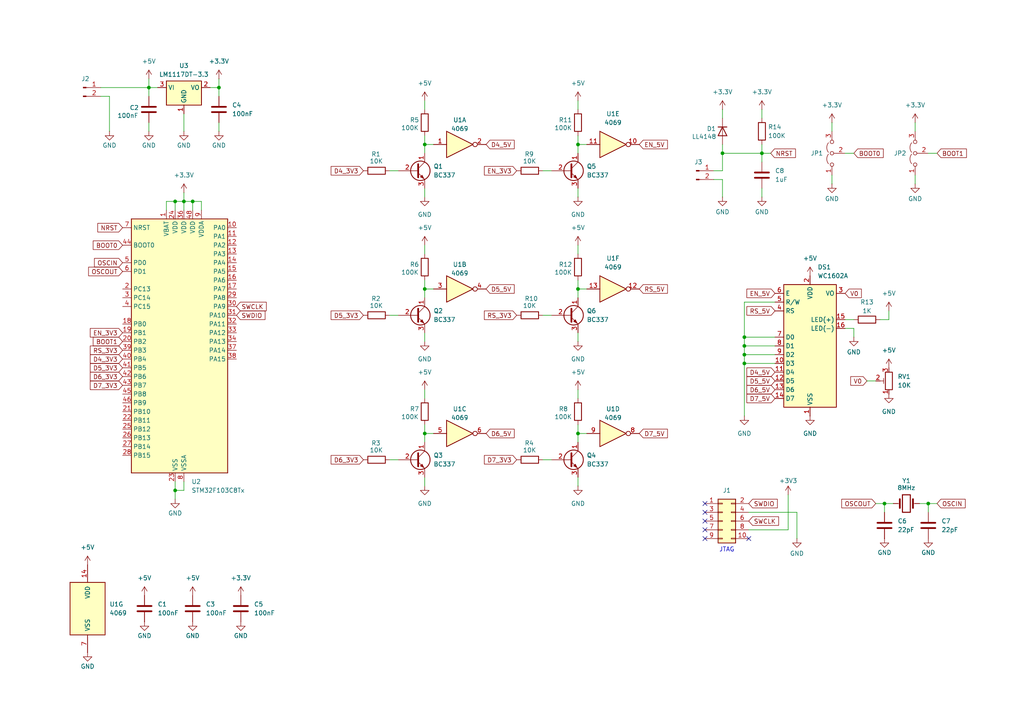
<source format=kicad_sch>
(kicad_sch (version 20231120) (generator "eeschema") (generator_version "8.0")
  (paper "A4")
  (lib_symbols
    (symbol "4xxx:4069" (pin_names (offset 1.016))
      (property "Reference" "U" (at 0 1.27 0))
      (property "Value" "4069" (at 0 -1.27 0))
      (symbol "4069_1_0"
        (polyline (pts (xy -3.81 3.81) (xy -3.81 -3.81) (xy 3.81 0) (xy -3.81 3.81)) (stroke (width 0.254)) (fill (type background)))
        (pin input line (at -7.62 0 0) (length 3.81) (name "~") (number "1"))
        (pin output inverted (at 7.62 0 180) (length 3.81) (name "~") (number "2"))
      )
      (symbol "4069_2_0"
        (polyline (pts (xy -3.81 3.81) (xy -3.81 -3.81) (xy 3.81 0) (xy -3.81 3.81)) (stroke (width 0.254)) (fill (type background)))
        (pin input line (at -7.62 0 0) (length 3.81) (name "~") (number "3"))
        (pin output inverted (at 7.62 0 180) (length 3.81) (name "~") (number "4"))
      )
      (symbol "4069_3_0"
        (polyline (pts (xy -3.81 3.81) (xy -3.81 -3.81) (xy 3.81 0) (xy -3.81 3.81)) (stroke (width 0.254)) (fill (type background)))
        (pin input line (at -7.62 0 0) (length 3.81) (name "~") (number "5"))
        (pin output inverted (at 7.62 0 180) (length 3.81) (name "~") (number "6"))
      )
      (symbol "4069_4_0"
        (polyline (pts (xy -3.81 3.81) (xy -3.81 -3.81) (xy 3.81 0) (xy -3.81 3.81)) (stroke (width 0.254)) (fill (type background)))
        (pin output inverted (at 7.62 0 180) (length 3.81) (name "~") (number "8"))
        (pin input line (at -7.62 0 0) (length 3.81) (name "~") (number "9"))
      )
      (symbol "4069_5_0"
        (polyline (pts (xy -3.81 3.81) (xy -3.81 -3.81) (xy 3.81 0) (xy -3.81 3.81)) (stroke (width 0.254)) (fill (type background)))
        (pin output inverted (at 7.62 0 180) (length 3.81) (name "~") (number "10"))
        (pin input line (at -7.62 0 0) (length 3.81) (name "~") (number "11"))
      )
      (symbol "4069_6_0"
        (polyline (pts (xy -3.81 3.81) (xy -3.81 -3.81) (xy 3.81 0) (xy -3.81 3.81)) (stroke (width 0.254)) (fill (type background)))
        (pin output inverted (at 7.62 0 180) (length 3.81) (name "~") (number "12"))
        (pin input line (at -7.62 0 0) (length 3.81) (name "~") (number "13"))
      )
      (symbol "4069_7_0"
        (pin power_in line (at 0 12.7 270) (length 5.08) (name "VDD") (number "14"))
        (pin power_in line (at 0 -12.7 90) (length 5.08) (name "VSS") (number "7"))
      )
      (symbol "4069_7_1"
        (rectangle (start -5.08 7.62) (end 5.08 -7.62) (stroke (width 0.254)) (fill (type background)))
      )
    )
    (symbol "Connector:Conn_01x02_Pin" (pin_names (offset 1.016) hide)
      (property "Reference" "J" (at 0 2.54 0))
      (property "Value" "Conn_01x02_Pin" (at 0 -5.08 0))
      (symbol "Conn_01x02_Pin_1_1"
        (polyline (pts (xy 1.27 -2.54) (xy 0.8636 -2.54)) (stroke (width 0.1524)))
        (polyline (pts (xy 1.27 0) (xy 0.8636 0)) (stroke (width 0.1524)))
        (rectangle (start 0.8636 -2.413) (end 0 -2.667) (stroke (width 0.1524)) (fill (type outline)))
        (rectangle (start 0.8636 0.127) (end 0 -0.127) (stroke (width 0.1524)) (fill (type outline)))
        (pin passive line (at 5.08 0 180) (length 3.81) (name "Pin_1") (number "1"))
        (pin passive line (at 5.08 -2.54 180) (length 3.81) (name "Pin_2") (number "2"))
      )
    )
    (symbol "Connector_Generic:Conn_02x05_Odd_Even" (pin_names (offset 1.016) hide)
      (property "Reference" "J" (at 1.27 7.62 0))
      (property "Value" "Conn_02x05_Odd_Even" (at 1.27 -7.62 0))
      (symbol "Conn_02x05_Odd_Even_1_1"
        (rectangle (start -1.27 -4.953) (end 0 -5.207) (stroke (width 0.1524)))
        (rectangle (start -1.27 -2.413) (end 0 -2.667) (stroke (width 0.1524)))
        (rectangle (start -1.27 0.127) (end 0 -0.127) (stroke (width 0.1524)))
        (rectangle (start -1.27 2.667) (end 0 2.413) (stroke (width 0.1524)))
        (rectangle (start -1.27 5.207) (end 0 4.953) (stroke (width 0.1524)))
        (rectangle (start -1.27 6.35) (end 3.81 -6.35) (stroke (width 0.254)) (fill (type background)))
        (rectangle (start 3.81 -4.953) (end 2.54 -5.207) (stroke (width 0.1524)))
        (rectangle (start 3.81 -2.413) (end 2.54 -2.667) (stroke (width 0.1524)))
        (rectangle (start 3.81 0.127) (end 2.54 -0.127) (stroke (width 0.1524)))
        (rectangle (start 3.81 2.667) (end 2.54 2.413) (stroke (width 0.1524)))
        (rectangle (start 3.81 5.207) (end 2.54 4.953) (stroke (width 0.1524)))
        (pin passive line (at -5.08 5.08 0) (length 3.81) (name "Pin_1") (number "1"))
        (pin passive line (at 7.62 -5.08 180) (length 3.81) (name "Pin_10") (number "10"))
        (pin passive line (at 7.62 5.08 180) (length 3.81) (name "Pin_2") (number "2"))
        (pin passive line (at -5.08 2.54 0) (length 3.81) (name "Pin_3") (number "3"))
        (pin passive line (at 7.62 2.54 180) (length 3.81) (name "Pin_4") (number "4"))
        (pin passive line (at -5.08 0 0) (length 3.81) (name "Pin_5") (number "5"))
        (pin passive line (at 7.62 0 180) (length 3.81) (name "Pin_6") (number "6"))
        (pin passive line (at -5.08 -2.54 0) (length 3.81) (name "Pin_7") (number "7"))
        (pin passive line (at 7.62 -2.54 180) (length 3.81) (name "Pin_8") (number "8"))
        (pin passive line (at -5.08 -5.08 0) (length 3.81) (name "Pin_9") (number "9"))
      )
    )
    (symbol "Device:C" (pin_numbers hide) (pin_names (offset 0.254))
      (property "Reference" "C" (at 0.635 2.54 0))
      (property "Value" "C" (at 0.635 -2.54 0))
      (symbol "C_0_1"
        (polyline (pts (xy -2.032 -0.762) (xy 2.032 -0.762)) (stroke (width 0.508)))
        (polyline (pts (xy -2.032 0.762) (xy 2.032 0.762)) (stroke (width 0.508)))
      )
      (symbol "C_1_1"
        (pin passive line (at 0 3.81 270) (length 2.794) (name "~") (number "1"))
        (pin passive line (at 0 -3.81 90) (length 2.794) (name "~") (number "2"))
      )
    )
    (symbol "Device:Crystal" (pin_numbers hide) (pin_names (offset 1.016) hide)
      (property "Reference" "Y" (at 0 3.81 0))
      (property "Value" "Crystal" (at 0 -3.81 0))
      (symbol "Crystal_0_1"
        (rectangle (start -1.143 2.54) (end 1.143 -2.54) (stroke (width 0.3048)))
        (polyline (pts (xy -2.54 0) (xy -1.905 0)))
        (polyline (pts (xy -1.905 -1.27) (xy -1.905 1.27)) (stroke (width 0.508)))
        (polyline (pts (xy 1.905 -1.27) (xy 1.905 1.27)) (stroke (width 0.508)))
        (polyline (pts (xy 2.54 0) (xy 1.905 0)))
      )
      (symbol "Crystal_1_1"
        (pin passive line (at -3.81 0 0) (length 1.27) (name "1") (number "1"))
        (pin passive line (at 3.81 0 180) (length 1.27) (name "2") (number "2"))
      )
    )
    (symbol "Device:R" (pin_numbers hide) (pin_names (offset 0))
      (property "Reference" "R" (at 2.032 0 90))
      (property "Value" "R" (at 0 0 90))
      (symbol "R_0_1"
        (rectangle (start -1.016 -2.54) (end 1.016 2.54) (stroke (width 0.254)))
      )
      (symbol "R_1_1"
        (pin passive line (at 0 3.81 270) (length 1.27) (name "~") (number "1"))
        (pin passive line (at 0 -3.81 90) (length 1.27) (name "~") (number "2"))
      )
    )
    (symbol "Device:R_Potentiometer_Trim" (pin_names (offset 1.016) hide)
      (property "Reference" "RV" (at -4.445 0 90))
      (property "Value" "R_Potentiometer_Trim" (at -2.54 0 90))
      (symbol "R_Potentiometer_Trim_0_1"
        (polyline (pts (xy 1.524 0.762) (xy 1.524 -0.762)))
        (polyline (pts (xy 2.54 0) (xy 1.524 0)))
        (rectangle (start 1.016 2.54) (end -1.016 -2.54) (stroke (width 0.254)))
      )
      (symbol "R_Potentiometer_Trim_1_1"
        (pin passive line (at 0 3.81 270) (length 1.27) (name "1") (number "1"))
        (pin passive line (at 3.81 0 180) (length 1.27) (name "2") (number "2"))
        (pin passive line (at 0 -3.81 90) (length 1.27) (name "3") (number "3"))
      )
    )
    (symbol "Diode:LL4148" (pin_numbers hide) (pin_names hide)
      (property "Reference" "D" (at 0 2.54 0))
      (property "Value" "LL4148" (at 0 -2.54 0))
      (symbol "LL4148_0_1"
        (polyline (pts (xy -1.27 1.27) (xy -1.27 -1.27)) (stroke (width 0.254)))
        (polyline (pts (xy 1.27 0) (xy -1.27 0)))
        (polyline (pts (xy 1.27 1.27) (xy 1.27 -1.27) (xy -1.27 0) (xy 1.27 1.27)) (stroke (width 0.254)))
      )
      (symbol "LL4148_1_1"
        (pin passive line (at -3.81 0 0) (length 2.54) (name "K") (number "1"))
        (pin passive line (at 3.81 0 180) (length 2.54) (name "A") (number "2"))
      )
    )
    (symbol "Display_Character:WC1602A"
      (property "Reference" "DS" (at -5.842 19.05 0))
      (property "Value" "WC1602A" (at 5.334 19.05 0))
      (symbol "WC1602A_1_1"
        (rectangle (start -7.62 17.78) (end 7.62 -17.78) (stroke (width 0.254)) (fill (type background)))
        (pin power_in line (at 0 -20.32 90) (length 2.54) (name "VSS") (number "1"))
        (pin input line (at -10.16 -5.08 0) (length 2.54) (name "D3") (number "10"))
        (pin input line (at -10.16 -7.62 0) (length 2.54) (name "D4") (number "11"))
        (pin input line (at -10.16 -10.16 0) (length 2.54) (name "D5") (number "12"))
        (pin input line (at -10.16 -12.7 0) (length 2.54) (name "D6") (number "13"))
        (pin input line (at -10.16 -15.24 0) (length 2.54) (name "D7") (number "14"))
        (pin power_in line (at 10.16 7.62 180) (length 2.54) (name "LED(+)") (number "15"))
        (pin power_in line (at 10.16 5.08 180) (length 2.54) (name "LED(-)") (number "16"))
        (pin power_in line (at 0 20.32 270) (length 2.54) (name "VDD") (number "2"))
        (pin input line (at 10.16 15.24 180) (length 2.54) (name "VO") (number "3"))
        (pin input line (at -10.16 10.16 0) (length 2.54) (name "RS") (number "4"))
        (pin input line (at -10.16 12.7 0) (length 2.54) (name "R/W") (number "5"))
        (pin input line (at -10.16 15.24 0) (length 2.54) (name "E") (number "6"))
        (pin input line (at -10.16 2.54 0) (length 2.54) (name "D0") (number "7"))
        (pin input line (at -10.16 0 0) (length 2.54) (name "D1") (number "8"))
        (pin input line (at -10.16 -2.54 0) (length 2.54) (name "D2") (number "9"))
      )
    )
    (symbol "Jumper:Jumper_3_Open" (pin_names (offset 0) hide) (exclude_from_sim yes) (in_bom no)
      (property "Reference" "JP" (at -2.54 -2.54 0))
      (property "Value" "Jumper_3_Open" (at 0 2.794 0))
      (symbol "Jumper_3_Open_0_0"
        (circle (center -3.302 0) (radius 0.508))
        (circle (center 0 0) (radius 0.508))
        (circle (center 3.302 0) (radius 0.508))
      )
      (symbol "Jumper_3_Open_0_1"
        (arc (start -0.254 1.016) (mid -1.651 1.4992) (end -3.048 1.016))
        (polyline (pts (xy 0 -0.508) (xy 0 -1.27)))
        (arc (start 3.048 1.016) (mid 1.651 1.4992) (end 0.254 1.016))
      )
      (symbol "Jumper_3_Open_1_1"
        (pin passive line (at -6.35 0 0) (length 2.54) (name "A") (number "1"))
        (pin passive line (at 0 -3.81 90) (length 2.54) (name "C") (number "2"))
        (pin passive line (at 6.35 0 180) (length 2.54) (name "B") (number "3"))
      )
    )
    (symbol "MCU_ST_STM32F1:STM32F103C8Tx"
      (property "Reference" "U" (at -12.7 39.37 0))
      (property "Value" "STM32F103C8Tx" (at 10.16 39.37 0))
      (symbol "STM32F103C8Tx_0_1"
        (rectangle (start -12.7 -35.56) (end 15.24 38.1) (stroke (width 0.254)) (fill (type background)))
      )
      (symbol "STM32F103C8Tx_1_1"
        (pin power_in line (at -2.54 40.64 270) (length 2.54) (name "VBAT") (number "1"))
        (pin bidirectional line (at 17.78 35.56 180) (length 2.54) (name "PA0") (number "10"))
        (pin bidirectional line (at 17.78 33.02 180) (length 2.54) (name "PA1") (number "11"))
        (pin bidirectional line (at 17.78 30.48 180) (length 2.54) (name "PA2") (number "12"))
        (pin bidirectional line (at 17.78 27.94 180) (length 2.54) (name "PA3") (number "13"))
        (pin bidirectional line (at 17.78 25.4 180) (length 2.54) (name "PA4") (number "14"))
        (pin bidirectional line (at 17.78 22.86 180) (length 2.54) (name "PA5") (number "15"))
        (pin bidirectional line (at 17.78 20.32 180) (length 2.54) (name "PA6") (number "16"))
        (pin bidirectional line (at 17.78 17.78 180) (length 2.54) (name "PA7") (number "17"))
        (pin bidirectional line (at -15.24 7.62 0) (length 2.54) (name "PB0") (number "18"))
        (pin bidirectional line (at -15.24 5.08 0) (length 2.54) (name "PB1") (number "19"))
        (pin bidirectional line (at -15.24 17.78 0) (length 2.54) (name "PC13") (number "2"))
        (pin bidirectional line (at -15.24 2.54 0) (length 2.54) (name "PB2") (number "20"))
        (pin bidirectional line (at -15.24 -17.78 0) (length 2.54) (name "PB10") (number "21"))
        (pin bidirectional line (at -15.24 -20.32 0) (length 2.54) (name "PB11") (number "22"))
        (pin power_in line (at 0 -38.1 90) (length 2.54) (name "VSS") (number "23"))
        (pin power_in line (at 0 40.64 270) (length 2.54) (name "VDD") (number "24"))
        (pin bidirectional line (at -15.24 -22.86 0) (length 2.54) (name "PB12") (number "25"))
        (pin bidirectional line (at -15.24 -25.4 0) (length 2.54) (name "PB13") (number "26"))
        (pin bidirectional line (at -15.24 -27.94 0) (length 2.54) (name "PB14") (number "27"))
        (pin bidirectional line (at -15.24 -30.48 0) (length 2.54) (name "PB15") (number "28"))
        (pin bidirectional line (at 17.78 15.24 180) (length 2.54) (name "PA8") (number "29"))
        (pin bidirectional line (at -15.24 15.24 0) (length 2.54) (name "PC14") (number "3"))
        (pin bidirectional line (at 17.78 12.7 180) (length 2.54) (name "PA9") (number "30"))
        (pin bidirectional line (at 17.78 10.16 180) (length 2.54) (name "PA10") (number "31"))
        (pin bidirectional line (at 17.78 7.62 180) (length 2.54) (name "PA11") (number "32"))
        (pin bidirectional line (at 17.78 5.08 180) (length 2.54) (name "PA12") (number "33"))
        (pin bidirectional line (at 17.78 2.54 180) (length 2.54) (name "PA13") (number "34"))
        (pin passive line (at 0 -38.1 90) (length 2.54) hide (name "VSS") (number "35"))
        (pin power_in line (at 2.54 40.64 270) (length 2.54) (name "VDD") (number "36"))
        (pin bidirectional line (at 17.78 0 180) (length 2.54) (name "PA14") (number "37"))
        (pin bidirectional line (at 17.78 -2.54 180) (length 2.54) (name "PA15") (number "38"))
        (pin bidirectional line (at -15.24 0 0) (length 2.54) (name "PB3") (number "39"))
        (pin bidirectional line (at -15.24 12.7 0) (length 2.54) (name "PC15") (number "4"))
        (pin bidirectional line (at -15.24 -2.54 0) (length 2.54) (name "PB4") (number "40"))
        (pin bidirectional line (at -15.24 -5.08 0) (length 2.54) (name "PB5") (number "41"))
        (pin bidirectional line (at -15.24 -7.62 0) (length 2.54) (name "PB6") (number "42"))
        (pin bidirectional line (at -15.24 -10.16 0) (length 2.54) (name "PB7") (number "43"))
        (pin input line (at -15.24 30.48 0) (length 2.54) (name "BOOT0") (number "44"))
        (pin bidirectional line (at -15.24 -12.7 0) (length 2.54) (name "PB8") (number "45"))
        (pin bidirectional line (at -15.24 -15.24 0) (length 2.54) (name "PB9") (number "46"))
        (pin passive line (at 0 -38.1 90) (length 2.54) hide (name "VSS") (number "47"))
        (pin power_in line (at 5.08 40.64 270) (length 2.54) (name "VDD") (number "48"))
        (pin bidirectional line (at -15.24 25.4 0) (length 2.54) (name "PD0") (number "5"))
        (pin bidirectional line (at -15.24 22.86 0) (length 2.54) (name "PD1") (number "6"))
        (pin input line (at -15.24 35.56 0) (length 2.54) (name "NRST") (number "7"))
        (pin power_in line (at 2.54 -38.1 90) (length 2.54) (name "VSSA") (number "8"))
        (pin power_in line (at 7.62 40.64 270) (length 2.54) (name "VDDA") (number "9"))
      )
    )
    (symbol "Regulator_Linear:LM1117DT-3.3"
      (property "Reference" "U" (at -3.81 3.175 0))
      (property "Value" "LM1117DT-3.3" (at 0 3.175 0))
      (symbol "LM1117DT-3.3_0_1"
        (rectangle (start -5.08 -5.08) (end 5.08 1.905) (stroke (width 0.254)) (fill (type background)))
      )
      (symbol "LM1117DT-3.3_1_1"
        (pin power_in line (at 0 -7.62 90) (length 2.54) (name "GND") (number "1"))
        (pin power_out line (at 7.62 0 180) (length 2.54) (name "VO") (number "2"))
        (pin power_in line (at -7.62 0 0) (length 2.54) (name "VI") (number "3"))
      )
    )
    (symbol "Transistor_BJT:BC337" (pin_names (offset 0) hide)
      (property "Reference" "Q" (at 5.08 1.905 0))
      (property "Value" "BC337" (at 5.08 0 0))
      (symbol "BC337_0_1"
        (polyline (pts (xy 0 0) (xy 0.635 0)))
        (polyline (pts (xy 0.635 0.635) (xy 2.54 2.54)))
        (polyline (pts (xy 0.635 -0.635) (xy 2.54 -2.54) (xy 2.54 -2.54)))
        (polyline (pts (xy 0.635 1.905) (xy 0.635 -1.905) (xy 0.635 -1.905)) (stroke (width 0.508)))
        (polyline (pts (xy 1.27 -1.778) (xy 1.778 -1.27) (xy 2.286 -2.286) (xy 1.27 -1.778) (xy 1.27 -1.778)) (fill (type outline)))
        (circle (center 1.27 0) (radius 2.8194) (stroke (width 0.254)))
      )
      (symbol "BC337_1_1"
        (pin passive line (at 2.54 5.08 270) (length 2.54) (name "C") (number "1"))
        (pin input line (at -5.08 0 0) (length 5.08) (name "B") (number "2"))
        (pin passive line (at 2.54 -5.08 90) (length 2.54) (name "E") (number "3"))
      )
    )
    (symbol "power:+3.3V" (power) (pin_numbers hide) (pin_names (offset 0) hide)
      (property "Value" "+3.3V" (at 0 3.556 0))
      (symbol "+3.3V_0_1"
        (polyline (pts (xy -0.762 1.27) (xy 0 2.54)))
        (polyline (pts (xy 0 0) (xy 0 2.54)))
        (polyline (pts (xy 0 2.54) (xy 0.762 1.27)))
      )
      (symbol "+3.3V_1_1"
        (pin power_in line (at 0 0 90) (length 0) (name "~") (number "1"))
      )
    )
    (symbol "power:+3V3" (power) (pin_numbers hide) (pin_names (offset 0) hide)
      (property "Value" "+3V3" (at 0 3.556 0))
      (symbol "+3V3_0_1"
        (polyline (pts (xy -0.762 1.27) (xy 0 2.54)))
        (polyline (pts (xy 0 0) (xy 0 2.54)))
        (polyline (pts (xy 0 2.54) (xy 0.762 1.27)))
      )
      (symbol "+3V3_1_1"
        (pin power_in line (at 0 0 90) (length 0) (name "~") (number "1"))
      )
    )
    (symbol "power:+5V" (power) (pin_names (offset 0))
      (property "Value" "+5V" (at 0 3.556 0))
      (symbol "+5V_0_1"
        (polyline (pts (xy -0.762 1.27) (xy 0 2.54)))
        (polyline (pts (xy 0 0) (xy 0 2.54)))
        (polyline (pts (xy 0 2.54) (xy 0.762 1.27)))
      )
      (symbol "+5V_1_1"
        (pin power_in line (at 0 0 90) (length 0) hide (name "+5V") (number "1"))
      )
    )
    (symbol "power:GND" (power) (pin_numbers hide) (pin_names (offset 0) hide)
      (property "Value" "GND" (at 0 -3.81 0))
      (symbol "GND_0_1"
        (polyline (pts (xy 0 0) (xy 0 -1.27) (xy 1.27 -1.27) (xy 0 -2.54) (xy -1.27 -1.27) (xy 0 -1.27)))
      )
      (symbol "GND_1_1"
        (pin power_in line (at 0 0 270) (length 0) (name "~") (number "1"))
      )
    )
  )
  (junction (at 215.9 102.87))
  (junction (at 167.64 83.82))
  (junction (at 256.54 146.05))
  (junction (at 53.34 58.42))
  (junction (at 220.98 44.45))
  (junction (at 215.9 100.33))
  (junction (at 123.19 83.82))
  (junction (at 209.55 44.45))
  (junction (at 269.24 146.05))
  (junction (at 43.18 25.4))
  (junction (at 123.19 41.91))
  (junction (at 167.64 41.91))
  (junction (at 50.8 142.24))
  (junction (at 63.5 25.4))
  (junction (at 55.88 58.42))
  (junction (at 215.9 97.79))
  (junction (at 123.19 125.73))
  (junction (at 167.64 125.73))
  (junction (at 50.8 58.42))
  (junction (at 215.9 105.41))
  (no_connect (at 204.47 148.59))
  (no_connect (at 204.47 151.13))
  (no_connect (at 204.47 146.05))
  (no_connect (at 204.47 156.21))
  (no_connect (at 217.17 156.21))
  (no_connect (at 204.47 153.67))
  (wire (pts (xy 123.19 96.52) (xy 123.19 99.06)))
  (wire (pts (xy 157.48 133.35) (xy 160.02 133.35)))
  (wire (pts (xy 43.18 22.86) (xy 43.18 25.4)))
  (wire (pts (xy 209.55 44.45) (xy 209.55 41.91)))
  (wire (pts (xy 157.48 91.44) (xy 160.02 91.44)))
  (wire (pts (xy 167.64 125.73) (xy 167.64 123.19)))
  (wire (pts (xy 43.18 38.1) (xy 43.18 35.56)))
  (wire (pts (xy 269.24 146.05) (xy 271.78 146.05)))
  (wire (pts (xy 53.34 142.24) (xy 50.8 142.24)))
  (wire (pts (xy 255.27 92.71) (xy 257.81 92.71)))
  (wire (pts (xy 209.55 44.45) (xy 220.98 44.45)))
  (wire (pts (xy 215.9 102.87) (xy 215.9 100.33)))
  (wire (pts (xy 256.54 146.05) (xy 259.08 146.05)))
  (wire (pts (xy 123.19 125.73) (xy 123.19 123.19)))
  (wire (pts (xy 215.9 120.65) (xy 215.9 105.41)))
  (wire (pts (xy 48.26 60.96) (xy 48.26 58.42)))
  (wire (pts (xy 123.19 41.91) (xy 123.19 39.37)))
  (wire (pts (xy 269.24 148.59) (xy 269.24 146.05)))
  (wire (pts (xy 53.34 33.02) (xy 53.34 38.1)))
  (wire (pts (xy 43.18 27.94) (xy 43.18 25.4)))
  (wire (pts (xy 265.43 35.56) (xy 265.43 38.1)))
  (wire (pts (xy 167.64 96.52) (xy 167.64 99.06)))
  (wire (pts (xy 220.98 44.45) (xy 223.52 44.45)))
  (wire (pts (xy 125.73 125.73) (xy 123.19 125.73)))
  (wire (pts (xy 247.65 44.45) (xy 245.11 44.45)))
  (wire (pts (xy 209.55 52.07) (xy 209.55 57.15)))
  (wire (pts (xy 256.54 148.59) (xy 256.54 146.05)))
  (wire (pts (xy 53.34 55.88) (xy 53.34 58.42)))
  (wire (pts (xy 254 146.05) (xy 256.54 146.05)))
  (wire (pts (xy 58.42 58.42) (xy 58.42 60.96)))
  (wire (pts (xy 228.6 153.67) (xy 228.6 143.51)))
  (wire (pts (xy 257.81 92.71) (xy 257.81 90.17)))
  (wire (pts (xy 123.19 83.82) (xy 123.19 81.28)))
  (wire (pts (xy 265.43 50.8) (xy 265.43 53.34)))
  (wire (pts (xy 220.98 41.91) (xy 220.98 44.45)))
  (wire (pts (xy 167.64 71.12) (xy 167.64 73.66)))
  (wire (pts (xy 209.55 31.75) (xy 209.55 34.29)))
  (wire (pts (xy 123.19 138.43) (xy 123.19 140.97)))
  (wire (pts (xy 63.5 25.4) (xy 60.96 25.4)))
  (wire (pts (xy 224.79 87.63) (xy 215.9 87.63)))
  (wire (pts (xy 167.64 125.73) (xy 167.64 128.27)))
  (wire (pts (xy 123.19 71.12) (xy 123.19 73.66)))
  (wire (pts (xy 247.65 95.25) (xy 247.65 97.79)))
  (wire (pts (xy 123.19 54.61) (xy 123.19 57.15)))
  (wire (pts (xy 55.88 58.42) (xy 55.88 60.96)))
  (wire (pts (xy 241.3 35.56) (xy 241.3 38.1)))
  (wire (pts (xy 123.19 125.73) (xy 123.19 128.27)))
  (wire (pts (xy 231.14 156.21) (xy 231.14 148.59)))
  (wire (pts (xy 271.78 44.45) (xy 269.24 44.45)))
  (wire (pts (xy 167.64 54.61) (xy 167.64 57.15)))
  (wire (pts (xy 167.64 113.03) (xy 167.64 115.57)))
  (wire (pts (xy 125.73 83.82) (xy 123.19 83.82)))
  (wire (pts (xy 50.8 58.42) (xy 53.34 58.42)))
  (wire (pts (xy 123.19 113.03) (xy 123.19 115.57)))
  (wire (pts (xy 123.19 41.91) (xy 123.19 44.45)))
  (wire (pts (xy 157.48 49.53) (xy 160.02 49.53)))
  (wire (pts (xy 207.01 49.53) (xy 209.55 49.53)))
  (wire (pts (xy 50.8 139.7) (xy 50.8 142.24)))
  (wire (pts (xy 170.18 125.73) (xy 167.64 125.73)))
  (wire (pts (xy 48.26 58.42) (xy 50.8 58.42)))
  (wire (pts (xy 217.17 153.67) (xy 228.6 153.67)))
  (wire (pts (xy 215.9 97.79) (xy 224.79 97.79)))
  (wire (pts (xy 63.5 38.1) (xy 63.5 35.56)))
  (wire (pts (xy 123.19 83.82) (xy 123.19 86.36)))
  (wire (pts (xy 167.64 138.43) (xy 167.64 140.97)))
  (wire (pts (xy 220.98 46.99) (xy 220.98 44.45)))
  (wire (pts (xy 167.64 41.91) (xy 167.64 39.37)))
  (wire (pts (xy 53.34 58.42) (xy 53.34 60.96)))
  (wire (pts (xy 251.46 110.49) (xy 254 110.49)))
  (wire (pts (xy 215.9 105.41) (xy 215.9 102.87)))
  (wire (pts (xy 245.11 95.25) (xy 247.65 95.25)))
  (wire (pts (xy 241.3 50.8) (xy 241.3 53.34)))
  (wire (pts (xy 29.21 27.94) (xy 31.75 27.94)))
  (wire (pts (xy 215.9 100.33) (xy 215.9 97.79)))
  (wire (pts (xy 215.9 105.41) (xy 224.79 105.41)))
  (wire (pts (xy 167.64 83.82) (xy 167.64 86.36)))
  (wire (pts (xy 170.18 41.91) (xy 167.64 41.91)))
  (wire (pts (xy 113.03 49.53) (xy 115.57 49.53)))
  (wire (pts (xy 123.19 29.21) (xy 123.19 31.75)))
  (wire (pts (xy 50.8 58.42) (xy 50.8 60.96)))
  (wire (pts (xy 31.75 38.1) (xy 31.75 27.94)))
  (wire (pts (xy 55.88 58.42) (xy 58.42 58.42)))
  (wire (pts (xy 209.55 52.07) (xy 207.01 52.07)))
  (wire (pts (xy 170.18 83.82) (xy 167.64 83.82)))
  (wire (pts (xy 167.64 29.21) (xy 167.64 31.75)))
  (wire (pts (xy 63.5 27.94) (xy 63.5 25.4)))
  (wire (pts (xy 215.9 100.33) (xy 224.79 100.33)))
  (wire (pts (xy 43.18 25.4) (xy 45.72 25.4)))
  (wire (pts (xy 209.55 49.53) (xy 209.55 44.45)))
  (wire (pts (xy 113.03 91.44) (xy 115.57 91.44)))
  (wire (pts (xy 220.98 54.61) (xy 220.98 57.15)))
  (wire (pts (xy 167.64 41.91) (xy 167.64 44.45)))
  (wire (pts (xy 217.17 148.59) (xy 231.14 148.59)))
  (wire (pts (xy 63.5 22.86) (xy 63.5 25.4)))
  (wire (pts (xy 245.11 92.71) (xy 247.65 92.71)))
  (wire (pts (xy 53.34 58.42) (xy 55.88 58.42)))
  (wire (pts (xy 53.34 139.7) (xy 53.34 142.24)))
  (wire (pts (xy 215.9 87.63) (xy 215.9 97.79)))
  (wire (pts (xy 125.73 41.91) (xy 123.19 41.91)))
  (wire (pts (xy 29.21 25.4) (xy 43.18 25.4)))
  (wire (pts (xy 220.98 31.75) (xy 220.98 34.29)))
  (wire (pts (xy 269.24 146.05) (xy 266.7 146.05)))
  (wire (pts (xy 167.64 83.82) (xy 167.64 81.28)))
  (wire (pts (xy 50.8 142.24) (xy 50.8 144.78)))
  (wire (pts (xy 113.03 133.35) (xy 115.57 133.35)))
  (wire (pts (xy 215.9 102.87) (xy 224.79 102.87)))
  (text "JTAG" (at 210.82 159.512 0) (effects (font (size 1.27 1.27))))
  (global_label "D4_5V" (shape input) (at 140.97 41.91 0) (property "Intersheetrefs" "${INTERSHEET_REFS}" (effects (hide yes))))
  (global_label "OSCIN" (shape input) (at 271.78 146.05 0) (property "Intersheetrefs" "${INTERSHEET_REFS}" (effects (hide yes))))
  (global_label "EN_5V" (shape input) (at 224.79 85.09 180) (property "Intersheetrefs" "${INTERSHEET_REFS}" (effects (hide yes))))
  (global_label "D5_3V3" (shape input) (at 105.41 91.44 180) (property "Intersheetrefs" "${INTERSHEET_REFS}" (effects (hide yes))))
  (global_label "D7_3V3" (shape input) (at 35.56 111.76 180) (property "Intersheetrefs" "${INTERSHEET_REFS}" (effects (hide yes))))
  (global_label "D7_3V3" (shape input) (at 149.86 133.35 180) (property "Intersheetrefs" "${INTERSHEET_REFS}" (effects (hide yes))))
  (global_label "D7_5V" (shape input) (at 185.42 125.73 0) (property "Intersheetrefs" "${INTERSHEET_REFS}" (effects (hide yes))))
  (global_label "D6_5V" (shape input) (at 140.97 125.73 0) (property "Intersheetrefs" "${INTERSHEET_REFS}" (effects (hide yes))))
  (global_label "BOOT0" (shape input) (at 35.56 71.12 180) (property "Intersheetrefs" "${INTERSHEET_REFS}" (effects (hide yes))))
  (global_label "BOOT0" (shape input) (at 247.65 44.45 0) (property "Intersheetrefs" "${INTERSHEET_REFS}" (effects (hide yes))))
  (global_label "RS_5V" (shape input) (at 185.42 83.82 0) (property "Intersheetrefs" "${INTERSHEET_REFS}" (effects (hide yes))))
  (global_label "RS_3V3" (shape input) (at 35.56 101.6 180) (property "Intersheetrefs" "${INTERSHEET_REFS}" (effects (hide yes))))
  (global_label "OSCOUT" (shape input) (at 35.56 78.74 180) (property "Intersheetrefs" "${INTERSHEET_REFS}" (effects (hide yes))))
  (global_label "D4_5V" (shape input) (at 224.79 107.95 180) (property "Intersheetrefs" "${INTERSHEET_REFS}" (effects (hide yes))))
  (global_label "EN_3V3" (shape input) (at 35.56 96.52 180) (property "Intersheetrefs" "${INTERSHEET_REFS}" (effects (hide yes))))
  (global_label "EN_5V" (shape input) (at 185.42 41.91 0) (property "Intersheetrefs" "${INTERSHEET_REFS}" (effects (hide yes))))
  (global_label "D6_5V" (shape input) (at 224.79 113.03 180) (property "Intersheetrefs" "${INTERSHEET_REFS}" (effects (hide yes))))
  (global_label "D7_5V" (shape input) (at 224.79 115.57 180) (property "Intersheetrefs" "${INTERSHEET_REFS}" (effects (hide yes))))
  (global_label "V0" (shape input) (at 245.11 85.09 0) (property "Intersheetrefs" "${INTERSHEET_REFS}" (effects (hide yes))))
  (global_label "D4_3V3" (shape input) (at 105.41 49.53 180) (property "Intersheetrefs" "${INTERSHEET_REFS}" (effects (hide yes))))
  (global_label "SWDIO" (shape input) (at 217.17 146.05 0) (property "Intersheetrefs" "${INTERSHEET_REFS}" (effects (hide yes))))
  (global_label "BOOT1" (shape input) (at 271.78 44.45 0) (property "Intersheetrefs" "${INTERSHEET_REFS}" (effects (hide yes))))
  (global_label "EN_3V3" (shape input) (at 149.86 49.53 180) (property "Intersheetrefs" "${INTERSHEET_REFS}" (effects (hide yes))))
  (global_label "V0" (shape input) (at 251.46 110.49 180) (property "Intersheetrefs" "${INTERSHEET_REFS}" (effects (hide yes))))
  (global_label "NRST" (shape input) (at 35.56 66.04 180) (property "Intersheetrefs" "${INTERSHEET_REFS}" (effects (hide yes))))
  (global_label "SWCLK" (shape input) (at 68.58 88.9 0) (property "Intersheetrefs" "${INTERSHEET_REFS}" (effects (hide yes))))
  (global_label "RS_3V3" (shape input) (at 149.86 91.44 180) (property "Intersheetrefs" "${INTERSHEET_REFS}" (effects (hide yes))))
  (global_label "D4_3V3" (shape input) (at 35.56 104.14 180) (property "Intersheetrefs" "${INTERSHEET_REFS}" (effects (hide yes))))
  (global_label "RS_5V" (shape input) (at 224.79 90.17 180) (property "Intersheetrefs" "${INTERSHEET_REFS}" (effects (hide yes))))
  (global_label "SWDIO" (shape input) (at 68.58 91.44 0) (property "Intersheetrefs" "${INTERSHEET_REFS}" (effects (hide yes))))
  (global_label "D5_3V3" (shape input) (at 35.56 106.68 180) (property "Intersheetrefs" "${INTERSHEET_REFS}" (effects (hide yes))))
  (global_label "OSCIN" (shape input) (at 35.56 76.2 180) (property "Intersheetrefs" "${INTERSHEET_REFS}" (effects (hide yes))))
  (global_label "D5_5V" (shape input) (at 140.97 83.82 0) (property "Intersheetrefs" "${INTERSHEET_REFS}" (effects (hide yes))))
  (global_label "BOOT1" (shape input) (at 35.56 99.06 180) (property "Intersheetrefs" "${INTERSHEET_REFS}" (effects (hide yes))))
  (global_label "OSCOUT" (shape input) (at 254 146.05 180) (property "Intersheetrefs" "${INTERSHEET_REFS}" (effects (hide yes))))
  (global_label "D6_3V3" (shape input) (at 105.41 133.35 180) (property "Intersheetrefs" "${INTERSHEET_REFS}" (effects (hide yes))))
  (global_label "D5_5V" (shape input) (at 224.79 110.49 180) (property "Intersheetrefs" "${INTERSHEET_REFS}" (effects (hide yes))))
  (global_label "D6_3V3" (shape input) (at 35.56 109.22 180) (property "Intersheetrefs" "${INTERSHEET_REFS}" (effects (hide yes))))
  (global_label "SWCLK" (shape input) (at 217.17 151.13 0) (property "Intersheetrefs" "${INTERSHEET_REFS}" (effects (hide yes))))
  (global_label "NRST" (shape input) (at 223.52 44.45 0) (property "Intersheetrefs" "${INTERSHEET_REFS}" (effects (hide yes))))
  (symbol (lib_id "Device:R") (at 167.64 35.56 0) (unit 1)
    (property "Reference" "R11" (at 162.052 34.798 0) (effects (justify left)))
    (property "Value" "100K" (at 160.782 37.084 0) (effects (justify left)))
    (property "Footprint" "Resistor_SMD:R_0805_2012Metric" (effects (hide yes)))
    (property "Description" "Resistor" (effects (hide yes)))
  )
  (symbol (lib_id "Device:R") (at 109.22 133.35 270) (unit 1)
    (property "Reference" "R3" (at 107.696 128.524 90) (effects (justify left)))
    (property "Value" "10K" (at 107.188 130.556 90) (effects (justify left)))
    (property "Footprint" "Resistor_SMD:R_0805_2012Metric" (effects (hide yes)))
    (property "Description" "Resistor" (effects (hide yes)))
  )
  (symbol (lib_id "power:GND") (at 247.65 97.79 0) (unit 1)
    (property "Reference" "#PWR033" (effects (hide yes)))
    (property "Value" "GND" (at 247.65 102.108 0))
  )
  (symbol (lib_id "power:GND") (at 256.54 156.21 0) (unit 1)
    (property "Reference" "#PWR024" (effects (hide yes)))
    (property "Value" "GND" (at 256.54 160.274 0))
    (property "Description" "Power symbol creates a global label with name \"GND\" , ground" (effects (hide yes)))
  )
  (symbol (lib_id "Device:C") (at 220.98 50.8 0) (unit 1)
    (property "Reference" "C8" (at 224.79 49.5299 0) (effects (justify left)))
    (property "Value" "1uF" (at 224.79 52.0699 0) (effects (justify left)))
    (property "Footprint" "Capacitor_SMD:C_0805_2012Metric" (effects (hide yes)))
    (property "Description" "Unpolarized capacitor" (effects (hide yes)))
  )
  (symbol (lib_id "Diode:LL4148") (at 209.55 38.1 270) (unit 1)
    (property "Reference" "D1" (at 204.978 37.338 90) (effects (justify left)))
    (property "Value" "LL4148" (at 200.66 39.624 90) (effects (justify left)))
    (property "Footprint" "Diode_SMD:D_MiniMELF" (effects (hide yes)))
    (property "Datasheet" "http://www.vishay.com/docs/85557/ll4148.pdf" (effects (hide yes)))
    (property "Description" "100V 0.15A standard switching diode, MiniMELF" (effects (hide yes)))
    (property "Sim.Device" "D" (effects (hide yes)))
    (property "Sim.Pins" "1=K 2=A" (effects (hide yes)))
  )
  (symbol (lib_id "Device:R") (at 123.19 119.38 0) (unit 1)
    (property "Reference" "R7" (at 118.872 118.618 0) (effects (justify left)))
    (property "Value" "100K" (at 116.332 120.904 0) (effects (justify left)))
    (property "Footprint" "Resistor_SMD:R_0805_2012Metric" (effects (hide yes)))
    (property "Description" "Resistor" (effects (hide yes)))
  )
  (symbol (lib_id "power:GND") (at 123.19 57.15 0) (unit 1)
    (property "Reference" "#PWR017" (effects (hide yes)))
    (property "Value" "GND" (at 123.19 62.23 0))
  )
  (symbol (lib_id "power:+5V") (at 167.64 71.12 0) (unit 1)
    (property "Reference" "#PWR028" (effects (hide yes)))
    (property "Value" "+5V" (at 167.64 66.04 0))
  )
  (symbol (lib_id "power:+3.3V") (at 209.55 31.75 0) (unit 1)
    (property "Reference" "#PWR042" (effects (hide yes)))
    (property "Value" "+3.3V" (at 209.55 26.67 0))
    (property "Description" "Power symbol creates a global label with name \"+3.3V\"" (effects (hide yes)))
  )
  (symbol (lib_id "power:GND") (at 241.3 53.34 0) (unit 1)
    (property "Reference" "#PWR044" (effects (hide yes)))
    (property "Value" "GND" (at 241.3 57.658 0))
  )
  (symbol (lib_id "Transistor_BJT:BC337") (at 165.1 133.35 0) (unit 1)
    (property "Reference" "Q4" (at 170.18 132.0799 0) (effects (justify left)))
    (property "Value" "BC337" (at 170.18 134.6199 0) (effects (justify left)))
    (property "Footprint" "Package_TO_SOT_THT:TO-92_Inline" (effects (hide yes)))
    (property "Datasheet" "https://diotec.com/tl_files/diotec/files/pdf/datasheets/bc337.pdf" (effects (hide yes)))
    (property "Description" "0.8A Ic, 45V Vce, NPN Transistor, TO-92" (effects (hide yes)))
  )
  (symbol (lib_id "Device:R") (at 153.67 49.53 270) (unit 1)
    (property "Reference" "R9" (at 152.146 44.704 90) (effects (justify left)))
    (property "Value" "10K" (at 151.638 46.736 90) (effects (justify left)))
    (property "Footprint" "Resistor_SMD:R_0805_2012Metric" (effects (hide yes)))
    (property "Description" "Resistor" (effects (hide yes)))
  )
  (symbol (lib_id "Device:R") (at 167.64 77.47 0) (unit 1)
    (property "Reference" "R12" (at 162.052 76.708 0) (effects (justify left)))
    (property "Value" "100K" (at 160.782 78.994 0) (effects (justify left)))
    (property "Footprint" "Resistor_SMD:R_0805_2012Metric" (effects (hide yes)))
    (property "Description" "Resistor" (effects (hide yes)))
  )
  (symbol (lib_id "power:+5V") (at 123.19 29.21 0) (unit 1)
    (property "Reference" "#PWR016" (effects (hide yes)))
    (property "Value" "+5V" (at 123.19 24.13 0))
  )
  (symbol (lib_id "Device:R") (at 167.64 119.38 0) (unit 1)
    (property "Reference" "R8" (at 162.052 118.618 0) (effects (justify left)))
    (property "Value" "100K" (at 160.782 120.904 0) (effects (justify left)))
    (property "Footprint" "Resistor_SMD:R_0805_2012Metric" (effects (hide yes)))
    (property "Description" "Resistor" (effects (hide yes)))
  )
  (symbol (lib_id "Device:R") (at 251.46 92.71 90) (unit 1)
    (property "Reference" "R13" (at 251.46 87.63 90))
    (property "Value" "1K" (at 251.46 90.17 90))
    (property "Footprint" "Resistor_THT:R_Axial_DIN0207_L6.3mm_D2.5mm_P10.16mm_Horizontal" (effects (hide yes)))
  )
  (symbol (lib_id "power:+5V") (at 167.64 29.21 0) (unit 1)
    (property "Reference" "#PWR026" (effects (hide yes)))
    (property "Value" "+5V" (at 167.64 24.13 0))
  )
  (symbol (lib_id "power:GND") (at 69.85 180.34 0) (unit 1)
    (property "Reference" "#PWR015" (effects (hide yes)))
    (property "Value" "GND" (at 69.85 184.404 0))
    (property "Description" "Power symbol creates a global label with name \"GND\" , ground" (effects (hide yes)))
  )
  (symbol (lib_id "Regulator_Linear:LM1117DT-3.3") (at 53.34 25.4 0) (unit 1)
    (property "Reference" "U3" (at 53.34 19.05 0))
    (property "Value" "LM1117DT-3.3" (at 53.34 21.59 0))
    (property "Footprint" "Package_TO_SOT_SMD:TO-252-3_TabPin2" (effects (hide yes)))
    (property "Datasheet" "http://www.ti.com/lit/ds/symlink/lm1117.pdf" (effects (hide yes)))
    (property "Description" "800mA Low-Dropout Linear Regulator, 3.3V fixed output, TO-252" (effects (hide yes)))
  )
  (symbol (lib_id "4xxx:4069") (at 25.4 176.53 0) (unit 7)
    (property "Reference" "U1" (at 31.75 175.2599 0) (effects (justify left)))
    (property "Value" "4069" (at 31.75 177.7999 0) (effects (justify left)))
    (property "Footprint" "Package_DIP:DIP-14_W7.62mm" (effects (hide yes)))
    (property "Datasheet" "http://www.intersil.com/content/dam/Intersil/documents/cd40/cd4069ubms.pdf" (effects (hide yes)))
    (property "Description" "Hex inverter" (effects (hide yes)))
  )
  (symbol (lib_id "power:+5V") (at 123.19 113.03 0) (unit 1)
    (property "Reference" "#PWR020" (effects (hide yes)))
    (property "Value" "+5V" (at 123.19 107.95 0))
  )
  (symbol (lib_id "Jumper:Jumper_3_Open") (at 265.43 44.45 90) (unit 1) (exclude_from_sim yes) (in_bom no)
    (property "Reference" "JP2" (at 262.89 44.45 90) (effects (justify left)))
    (property "Value" "Jumper_3_Open" (effects (hide yes)))
    (property "Description" "Jumper, 3-pole, both open" (effects (hide yes)))
  )
  (symbol (lib_id "Device:R") (at 109.22 91.44 270) (unit 1)
    (property "Reference" "R2" (at 107.696 86.614 90) (effects (justify left)))
    (property "Value" "10K" (at 107.188 88.646 90) (effects (justify left)))
    (property "Footprint" "Resistor_SMD:R_0805_2012Metric" (effects (hide yes)))
    (property "Description" "Resistor" (effects (hide yes)))
  )
  (symbol (lib_id "power:GND") (at 234.95 120.65 0) (unit 1)
    (property "Reference" "#PWR032" (effects (hide yes)))
    (property "Value" "GND" (at 234.95 125.73 0))
  )
  (symbol (lib_id "power:GND") (at 257.81 114.3 0) (unit 1)
    (property "Reference" "#PWR036" (effects (hide yes)))
    (property "Value" "GND" (at 257.81 119.38 0))
  )
  (symbol (lib_id "power:+5V") (at 257.81 106.68 0) (unit 1)
    (property "Reference" "#PWR035" (effects (hide yes)))
    (property "Value" "+5V" (at 257.81 101.6 0))
  )
  (symbol (lib_id "4xxx:4069") (at 177.8 41.91 0) (unit 5)
    (property "Reference" "U1" (at 177.8 33.02 0))
    (property "Value" "4069" (at 177.8 35.56 0))
    (property "Footprint" "Package_DIP:DIP-14_W7.62mm" (effects (hide yes)))
    (property "Datasheet" "http://www.intersil.com/content/dam/Intersil/documents/cd40/cd4069ubms.pdf" (effects (hide yes)))
    (property "Description" "Hex inverter" (effects (hide yes)))
  )
  (symbol (lib_id "power:+3.3V") (at 241.3 35.56 0) (unit 1)
    (property "Reference" "#PWR045" (effects (hide yes)))
    (property "Value" "+3.3V" (at 241.3 30.48 0))
    (property "Description" "Power symbol creates a global label with name \"+3.3V\"" (effects (hide yes)))
  )
  (symbol (lib_id "Device:C") (at 55.88 176.53 0) (unit 1)
    (property "Reference" "C3" (at 59.69 175.2599 0) (effects (justify left)))
    (property "Value" "100nF" (at 59.69 177.7999 0) (effects (justify left)))
    (property "Footprint" "Capacitor_SMD:C_0805_2012Metric" (effects (hide yes)))
    (property "Description" "Unpolarized capacitor" (effects (hide yes)))
  )
  (symbol (lib_id "Device:R") (at 153.67 91.44 270) (unit 1)
    (property "Reference" "R10" (at 152.146 86.614 90) (effects (justify left)))
    (property "Value" "10K" (at 151.638 88.646 90) (effects (justify left)))
    (property "Footprint" "Resistor_SMD:R_0805_2012Metric" (effects (hide yes)))
    (property "Description" "Resistor" (effects (hide yes)))
  )
  (symbol (lib_id "power:+3.3V") (at 63.5 22.86 0) (unit 1)
    (property "Reference" "#PWR012" (effects (hide yes)))
    (property "Value" "+3.3V" (at 63.5 17.78 0))
    (property "Description" "Power symbol creates a global label with name \"+3.3V\"" (effects (hide yes)))
  )
  (symbol (lib_id "power:GND") (at 123.19 140.97 0) (unit 1)
    (property "Reference" "#PWR021" (effects (hide yes)))
    (property "Value" "GND" (at 123.19 146.05 0))
  )
  (symbol (lib_id "Transistor_BJT:BC337") (at 120.65 133.35 0) (unit 1)
    (property "Reference" "Q3" (at 125.73 132.0799 0) (effects (justify left)))
    (property "Value" "BC337" (at 125.73 134.6199 0) (effects (justify left)))
    (property "Footprint" "Package_TO_SOT_THT:TO-92_Inline" (effects (hide yes)))
    (property "Datasheet" "https://diotec.com/tl_files/diotec/files/pdf/datasheets/bc337.pdf" (effects (hide yes)))
    (property "Description" "0.8A Ic, 45V Vce, NPN Transistor, TO-92" (effects (hide yes)))
  )
  (symbol (lib_id "4xxx:4069") (at 177.8 125.73 0) (unit 4)
    (property "Reference" "U1" (at 177.8 118.618 0))
    (property "Value" "4069" (at 177.8 121.158 0))
    (property "Footprint" "Package_DIP:DIP-14_W7.62mm" (effects (hide yes)))
    (property "Datasheet" "http://www.intersil.com/content/dam/Intersil/documents/cd40/cd4069ubms.pdf" (effects (hide yes)))
    (property "Description" "Hex inverter" (effects (hide yes)))
  )
  (symbol (lib_id "Device:C") (at 41.91 176.53 0) (unit 1)
    (property "Reference" "C1" (at 45.72 175.2599 0) (effects (justify left)))
    (property "Value" "100nF" (at 45.72 177.7999 0) (effects (justify left)))
    (property "Footprint" "Capacitor_SMD:C_0805_2012Metric" (effects (hide yes)))
    (property "Description" "Unpolarized capacitor" (effects (hide yes)))
  )
  (symbol (lib_id "Device:C") (at 63.5 31.75 0) (unit 1)
    (property "Reference" "C4" (at 67.31 30.4799 0) (effects (justify left)))
    (property "Value" "100nF" (at 67.31 33.0199 0) (effects (justify left)))
    (property "Footprint" "Capacitor_SMD:C_0805_2012Metric" (effects (hide yes)))
    (property "Description" "Unpolarized capacitor" (effects (hide yes)))
  )
  (symbol (lib_id "Device:R") (at 123.19 77.47 0) (unit 1)
    (property "Reference" "R6" (at 118.872 76.708 0) (effects (justify left)))
    (property "Value" "100K" (at 116.332 78.994 0) (effects (justify left)))
    (property "Footprint" "Resistor_SMD:R_0805_2012Metric" (effects (hide yes)))
    (property "Description" "Resistor" (effects (hide yes)))
  )
  (symbol (lib_id "Transistor_BJT:BC337") (at 120.65 49.53 0) (unit 1)
    (property "Reference" "Q1" (at 125.73 48.2599 0) (effects (justify left)))
    (property "Value" "BC337" (at 125.73 50.7999 0) (effects (justify left)))
    (property "Footprint" "Package_TO_SOT_THT:TO-92_Inline" (effects (hide yes)))
    (property "Datasheet" "https://diotec.com/tl_files/diotec/files/pdf/datasheets/bc337.pdf" (effects (hide yes)))
    (property "Description" "0.8A Ic, 45V Vce, NPN Transistor, TO-92" (effects (hide yes)))
  )
  (symbol (lib_id "Transistor_BJT:BC337") (at 165.1 49.53 0) (unit 1)
    (property "Reference" "Q5" (at 170.18 48.2599 0) (effects (justify left)))
    (property "Value" "BC337" (at 170.18 50.7999 0) (effects (justify left)))
    (property "Footprint" "Package_TO_SOT_THT:TO-92_Inline" (effects (hide yes)))
    (property "Datasheet" "https://diotec.com/tl_files/diotec/files/pdf/datasheets/bc337.pdf" (effects (hide yes)))
    (property "Description" "0.8A Ic, 45V Vce, NPN Transistor, TO-92" (effects (hide yes)))
  )
  (symbol (lib_id "power:+3V3") (at 228.6 143.51 0) (unit 1)
    (property "Reference" "#PWR038" (effects (hide yes)))
    (property "Value" "+3V3" (at 228.6 139.446 0))
    (property "Description" "Power symbol creates a global label with name \"+3V3\"" (effects (hide yes)))
  )
  (symbol (lib_id "Device:C") (at 43.18 31.75 0) (unit 1)
    (property "Reference" "C2" (at 37.592 31.242 0) (effects (justify left)))
    (property "Value" "100nF" (at 34.036 33.528 0) (effects (justify left)))
    (property "Footprint" "Capacitor_SMD:C_0805_2012Metric" (effects (hide yes)))
    (property "Description" "Unpolarized capacitor" (effects (hide yes)))
  )
  (symbol (lib_id "power:GND") (at 41.91 180.34 0) (unit 1)
    (property "Reference" "#PWR04" (effects (hide yes)))
    (property "Value" "GND" (at 41.91 184.404 0))
    (property "Description" "Power symbol creates a global label with name \"GND\" , ground" (effects (hide yes)))
  )
  (symbol (lib_id "power:GND") (at 25.4 189.23 0) (unit 1)
    (property "Reference" "#PWR02" (effects (hide yes)))
    (property "Value" "GND" (at 25.4 193.294 0))
    (property "Description" "Power symbol creates a global label with name \"GND\" , ground" (effects (hide yes)))
  )
  (symbol (lib_id "power:+3.3V") (at 69.85 172.72 0) (unit 1)
    (property "Reference" "#PWR014" (effects (hide yes)))
    (property "Value" "+3.3V" (at 69.85 167.64 0))
    (property "Description" "Power symbol creates a global label with name \"+3.3V\"" (effects (hide yes)))
  )
  (symbol (lib_id "power:+3.3V") (at 53.34 55.88 0) (unit 1)
    (property "Reference" "#PWR09" (effects (hide yes)))
    (property "Value" "+3.3V" (at 53.34 50.8 0))
    (property "Description" "Power symbol creates a global label with name \"+3.3V\"" (effects (hide yes)))
  )
  (symbol (lib_id "power:+5V") (at 25.4 163.83 0) (unit 1)
    (property "Reference" "#PWR01" (effects (hide yes)))
    (property "Value" "+5V" (at 25.4 158.75 0))
  )
  (symbol (lib_id "power:GND") (at 269.24 156.21 0) (unit 1)
    (property "Reference" "#PWR025" (effects (hide yes)))
    (property "Value" "GND" (at 269.24 160.274 0))
    (property "Description" "Power symbol creates a global label with name \"GND\" , ground" (effects (hide yes)))
  )
  (symbol (lib_id "power:+5V") (at 167.64 113.03 0) (unit 1)
    (property "Reference" "#PWR022" (effects (hide yes)))
    (property "Value" "+5V" (at 167.64 107.95 0))
  )
  (symbol (lib_id "power:GND") (at 209.55 57.15 0) (unit 1)
    (property "Reference" "#PWR041" (effects (hide yes)))
    (property "Value" "GND" (at 209.55 61.468 0))
  )
  (symbol (lib_id "power:GND") (at 123.19 99.06 0) (unit 1)
    (property "Reference" "#PWR019" (effects (hide yes)))
    (property "Value" "GND" (at 123.19 104.14 0))
  )
  (symbol (lib_id "Device:C") (at 269.24 152.4 0) (unit 1)
    (property "Reference" "C7" (at 273.05 151.1299 0) (effects (justify left)))
    (property "Value" "22pF" (at 273.05 153.6699 0) (effects (justify left)))
    (property "Footprint" "Capacitor_SMD:C_0805_2012Metric" (effects (hide yes)))
    (property "Description" "Unpolarized capacitor" (effects (hide yes)))
  )
  (symbol (lib_id "Device:C") (at 69.85 176.53 0) (unit 1)
    (property "Reference" "C5" (at 73.66 175.2599 0) (effects (justify left)))
    (property "Value" "100nF" (at 73.66 177.7999 0) (effects (justify left)))
    (property "Footprint" "Capacitor_SMD:C_0805_2012Metric" (effects (hide yes)))
    (property "Description" "Unpolarized capacitor" (effects (hide yes)))
  )
  (symbol (lib_id "4xxx:4069") (at 133.35 83.82 0) (unit 2)
    (property "Reference" "U1" (at 133.35 76.708 0))
    (property "Value" "4069" (at 133.35 79.248 0))
    (property "Footprint" "Package_DIP:DIP-14_W7.62mm" (effects (hide yes)))
    (property "Datasheet" "http://www.intersil.com/content/dam/Intersil/documents/cd40/cd4069ubms.pdf" (effects (hide yes)))
    (property "Description" "Hex inverter" (effects (hide yes)))
  )
  (symbol (lib_id "power:+5V") (at 123.19 71.12 0) (unit 1)
    (property "Reference" "#PWR018" (effects (hide yes)))
    (property "Value" "+5V" (at 123.19 66.04 0))
  )
  (symbol (lib_id "Device:Crystal") (at 262.89 146.05 0) (unit 1)
    (property "Reference" "Y1" (at 262.89 139.446 0))
    (property "Value" "8MHz" (at 262.89 141.478 0))
    (property "Footprint" "Crystal:Crystal_HC49-U_Vertical" (effects (hide yes)))
    (property "Description" "Two pin crystal" (effects (hide yes)))
  )
  (symbol (lib_id "power:GND") (at 31.75 38.1 0) (unit 1)
    (property "Reference" "#PWR039" (effects (hide yes)))
    (property "Value" "GND" (at 31.75 42.164 0))
    (property "Description" "Power symbol creates a global label with name \"GND\" , ground" (effects (hide yes)))
  )
  (symbol (lib_id "power:GND") (at 43.18 38.1 0) (unit 1)
    (property "Reference" "#PWR06" (effects (hide yes)))
    (property "Value" "GND" (at 43.18 42.164 0))
    (property "Description" "Power symbol creates a global label with name \"GND\" , ground" (effects (hide yes)))
  )
  (symbol (lib_id "power:+5V") (at 257.81 90.17 0) (unit 1)
    (property "Reference" "#PWR034" (effects (hide yes)))
    (property "Value" "+5V" (at 257.81 85.09 0))
  )
  (symbol (lib_id "power:+3.3V") (at 265.43 35.56 0) (unit 1)
    (property "Reference" "#PWR046" (effects (hide yes)))
    (property "Value" "+3.3V" (at 265.43 30.48 0))
    (property "Description" "Power symbol creates a global label with name \"+3.3V\"" (effects (hide yes)))
  )
  (symbol (lib_id "power:GND") (at 265.43 53.34 0) (unit 1)
    (property "Reference" "#PWR047" (effects (hide yes)))
    (property "Value" "GND" (at 265.43 57.658 0))
  )
  (symbol (lib_id "Device:R") (at 123.19 35.56 0) (unit 1)
    (property "Reference" "R5" (at 118.872 34.798 0) (effects (justify left)))
    (property "Value" "100K" (at 116.332 37.084 0) (effects (justify left)))
    (property "Footprint" "Resistor_SMD:R_0805_2012Metric" (effects (hide yes)))
    (property "Description" "Resistor" (effects (hide yes)))
  )
  (symbol (lib_id "power:+5V") (at 43.18 22.86 0) (unit 1)
    (property "Reference" "#PWR05" (effects (hide yes)))
    (property "Value" "+5V" (at 43.18 17.78 0))
  )
  (symbol (lib_id "4xxx:4069") (at 177.8 83.82 0) (unit 6)
    (property "Reference" "U1" (at 177.8 74.93 0))
    (property "Value" "4069" (at 177.8 77.47 0))
    (property "Footprint" "Package_DIP:DIP-14_W7.62mm" (effects (hide yes)))
    (property "Datasheet" "http://www.intersil.com/content/dam/Intersil/documents/cd40/cd4069ubms.pdf" (effects (hide yes)))
    (property "Description" "Hex inverter" (effects (hide yes)))
  )
  (symbol (lib_id "Connector:Conn_01x02_Pin") (at 201.93 49.53 0) (unit 1)
    (property "Reference" "J3" (at 202.565 46.99 0))
    (property "Value" "Conn_01x02_Pin" (effects (hide yes)))
    (property "Footprint" "Connector_PinHeader_2.54mm:PinHeader_1x02_P2.54mm_Vertical" (effects (hide yes)))
    (property "Description" "Generic connector, single row, 01x02, script generated" (effects (hide yes)))
  )
  (symbol (lib_id "power:+3.3V") (at 220.98 31.75 0) (unit 1)
    (property "Reference" "#PWR043" (effects (hide yes)))
    (property "Value" "+3.3V" (at 220.98 26.67 0))
    (property "Description" "Power symbol creates a global label with name \"+3.3V\"" (effects (hide yes)))
  )
  (symbol (lib_id "power:GND") (at 50.8 144.78 0) (unit 1)
    (property "Reference" "#PWR07" (effects (hide yes)))
    (property "Value" "GND" (at 50.8 148.844 0))
    (property "Description" "Power symbol creates a global label with name \"GND\" , ground" (effects (hide yes)))
  )
  (symbol (lib_id "power:GND") (at 63.5 38.1 0) (unit 1)
    (property "Reference" "#PWR013" (effects (hide yes)))
    (property "Value" "GND" (at 63.5 42.164 0))
    (property "Description" "Power symbol creates a global label with name \"GND\" , ground" (effects (hide yes)))
  )
  (symbol (lib_id "power:GND") (at 215.9 120.65 0) (unit 1)
    (property "Reference" "#PWR030" (effects (hide yes)))
    (property "Value" "GND" (at 215.9 125.73 0))
  )
  (symbol (lib_id "Device:R") (at 109.22 49.53 270) (unit 1)
    (property "Reference" "R1" (at 107.696 44.704 90) (effects (justify left)))
    (property "Value" "10K" (at 107.188 46.736 90) (effects (justify left)))
    (property "Footprint" "Resistor_SMD:R_0805_2012Metric" (effects (hide yes)))
    (property "Description" "Resistor" (effects (hide yes)))
  )
  (symbol (lib_id "power:GND") (at 167.64 99.06 0) (unit 1)
    (property "Reference" "#PWR029" (effects (hide yes)))
    (property "Value" "GND" (at 167.64 104.14 0))
  )
  (symbol (lib_id "Jumper:Jumper_3_Open") (at 241.3 44.45 90) (unit 1) (exclude_from_sim yes) (in_bom no)
    (property "Reference" "JP1" (at 238.76 44.45 90) (effects (justify left)))
    (property "Value" "Jumper_3_Open" (effects (hide yes)))
    (property "Description" "Jumper, 3-pole, both open" (effects (hide yes)))
  )
  (symbol (lib_id "Connector_Generic:Conn_02x05_Odd_Even") (at 209.55 151.13 0) (unit 1)
    (property "Reference" "J1" (at 210.82 142.24 0))
    (property "Value" "Conn_02x05_Odd_Even" (effects (hide yes)))
    (property "Footprint" "Connector_IDC:IDC-Header_2x05_P2.54mm_Vertical" (effects (hide yes)))
    (property "Description" "Generic connector, double row, 02x05, odd/even pin numbering scheme (row 1 odd numbers, row 2 even numbers), script generated (kicad-library-utils/schlib/autogen/connector/)" (effects (hide yes)))
  )
  (symbol (lib_id "Device:R_Potentiometer_Trim") (at 257.81 110.49 180) (unit 1)
    (property "Reference" "RV1" (at 260.35 109.22 0) (effects (justify right)))
    (property "Value" "10K" (at 260.35 111.76 0) (effects (justify right)))
    (property "Footprint" "Potentiometer_THT:Potentiometer_Bourns_3296W_Vertical" (effects (hide yes)))
  )
  (symbol (lib_id "Transistor_BJT:BC337") (at 165.1 91.44 0) (unit 1)
    (property "Reference" "Q6" (at 170.18 90.1699 0) (effects (justify left)))
    (property "Value" "BC337" (at 170.18 92.7099 0) (effects (justify left)))
    (property "Footprint" "Package_TO_SOT_THT:TO-92_Inline" (effects (hide yes)))
    (property "Datasheet" "https://diotec.com/tl_files/diotec/files/pdf/datasheets/bc337.pdf" (effects (hide yes)))
    (property "Description" "0.8A Ic, 45V Vce, NPN Transistor, TO-92" (effects (hide yes)))
  )
  (symbol (lib_id "power:GND") (at 220.98 57.15 0) (unit 1)
    (property "Reference" "#PWR040" (effects (hide yes)))
    (property "Value" "GND" (at 220.98 61.468 0))
  )
  (symbol (lib_id "Connector:Conn_01x02_Pin") (at 24.13 25.4 0) (unit 1)
    (property "Reference" "J2" (at 24.765 22.86 0))
    (property "Value" "Conn_01x02_Pin" (effects (hide yes)))
    (property "Footprint" "Connector_PinHeader_2.54mm:PinHeader_1x02_P2.54mm_Vertical" (effects (hide yes)))
    (property "Description" "Generic connector, single row, 01x02, script generated" (effects (hide yes)))
  )
  (symbol (lib_id "power:GND") (at 53.34 38.1 0) (unit 1)
    (property "Reference" "#PWR08" (effects (hide yes)))
    (property "Value" "GND" (at 53.34 42.164 0))
    (property "Description" "Power symbol creates a global label with name \"GND\" , ground" (effects (hide yes)))
  )
  (symbol (lib_id "power:+5V") (at 55.88 172.72 0) (unit 1)
    (property "Reference" "#PWR010" (effects (hide yes)))
    (property "Value" "+5V" (at 55.88 167.64 0))
  )
  (symbol (lib_id "4xxx:4069") (at 133.35 41.91 0) (unit 1)
    (property "Reference" "U1" (at 133.35 34.798 0))
    (property "Value" "4069" (at 133.35 37.338 0))
    (property "Footprint" "Package_DIP:DIP-14_W7.62mm" (effects (hide yes)))
    (property "Datasheet" "http://www.intersil.com/content/dam/Intersil/documents/cd40/cd4069ubms.pdf" (effects (hide yes)))
    (property "Description" "Hex inverter" (effects (hide yes)))
  )
  (symbol (lib_id "Display_Character:WC1602A") (at 234.95 100.33 0) (unit 1)
    (property "Reference" "DS1" (at 237.1441 77.47 0) (effects (justify left)))
    (property "Value" "WC1602A" (at 237.1441 80.01 0) (effects (justify left)))
    (property "Footprint" "Display:WC1602A" (effects (hide yes)))
    (property "Datasheet" "http://www.wincomlcd.com/pdf/WC1602A-SFYLYHTC06.pdf" (effects (hide yes)))
  )
  (symbol (lib_id "Device:R") (at 220.98 38.1 0) (unit 1)
    (property "Reference" "R14" (at 222.758 36.83 0) (effects (justify left)))
    (property "Value" "100K" (at 222.758 39.37 0) (effects (justify left)))
    (property "Footprint" "Resistor_SMD:R_0805_2012Metric" (effects (hide yes)))
    (property "Description" "Resistor" (effects (hide yes)))
  )
  (symbol (lib_id "4xxx:4069") (at 133.35 125.73 0) (unit 3)
    (property "Reference" "U1" (at 133.35 118.618 0))
    (property "Value" "4069" (at 133.35 121.158 0))
    (property "Footprint" "Package_DIP:DIP-14_W7.62mm" (effects (hide yes)))
    (property "Datasheet" "http://www.intersil.com/content/dam/Intersil/documents/cd40/cd4069ubms.pdf" (effects (hide yes)))
    (property "Description" "Hex inverter" (effects (hide yes)))
  )
  (symbol (lib_id "power:GND") (at 231.14 156.21 0) (unit 1)
    (property "Reference" "#PWR037" (effects (hide yes)))
    (property "Value" "GND" (at 231.14 160.528 0))
    (property "Description" "Power symbol creates a global label with name \"GND\" , ground" (effects (hide yes)))
  )
  (symbol (lib_id "power:+5V") (at 41.91 172.72 0) (unit 1)
    (property "Reference" "#PWR03" (effects (hide yes)))
    (property "Value" "+5V" (at 41.91 167.64 0))
  )
  (symbol (lib_id "Transistor_BJT:BC337") (at 120.65 91.44 0) (unit 1)
    (property "Reference" "Q2" (at 125.73 90.1699 0) (effects (justify left)))
    (property "Value" "BC337" (at 125.73 92.7099 0) (effects (justify left)))
    (property "Footprint" "Package_TO_SOT_THT:TO-92_Inline" (effects (hide yes)))
    (property "Datasheet" "https://diotec.com/tl_files/diotec/files/pdf/datasheets/bc337.pdf" (effects (hide yes)))
    (property "Description" "0.8A Ic, 45V Vce, NPN Transistor, TO-92" (effects (hide yes)))
  )
  (symbol (lib_id "power:GND") (at 167.64 57.15 0) (unit 1)
    (property "Reference" "#PWR027" (effects (hide yes)))
    (property "Value" "GND" (at 167.64 62.23 0))
  )
  (symbol (lib_id "MCU_ST_STM32F1:STM32F103C8Tx") (at 50.8 101.6 0) (unit 1)
    (property "Reference" "U2" (at 55.5341 139.7 0) (effects (justify left)))
    (property "Value" "STM32F103C8Tx" (at 55.5341 142.24 0) (effects (justify left)))
    (property "Footprint" "Package_QFP:LQFP-48_7x7mm_P0.5mm" (effects (hide yes)))
    (property "Datasheet" "https://www.st.com/resource/en/datasheet/stm32f103c8.pdf" (effects (hide yes)))
    (property "Description" "STMicroelectronics Arm Cortex-M3 MCU, 64KB flash, 20KB RAM, 72 MHz, 2.0-3.6V, 37 GPIO, LQFP48" (effects (hide yes)))
  )
  (symbol (lib_id "power:GND") (at 167.64 140.97 0) (unit 1)
    (property "Reference" "#PWR023" (effects (hide yes)))
    (property "Value" "GND" (at 167.64 146.05 0))
  )
  (symbol (lib_id "Device:R") (at 153.67 133.35 270) (unit 1)
    (property "Reference" "R4" (at 152.146 128.524 90) (effects (justify left)))
    (property "Value" "10K" (at 151.638 130.556 90) (effects (justify left)))
    (property "Footprint" "Resistor_SMD:R_0805_2012Metric" (effects (hide yes)))
    (property "Description" "Resistor" (effects (hide yes)))
  )
  (symbol (lib_id "Device:C") (at 256.54 152.4 0) (unit 1)
    (property "Reference" "C6" (at 260.35 151.1299 0) (effects (justify left)))
    (property "Value" "22pF" (at 260.35 153.6699 0) (effects (justify left)))
    (property "Footprint" "Capacitor_SMD:C_0805_2012Metric" (effects (hide yes)))
    (property "Description" "Unpolarized capacitor" (effects (hide yes)))
  )
  (symbol (lib_id "power:+5V") (at 234.95 80.01 0) (unit 1)
    (property "Reference" "#PWR031" (effects (hide yes)))
    (property "Value" "+5V" (at 234.95 74.93 0))
  )
  (symbol (lib_id "power:GND") (at 55.88 180.34 0) (unit 1)
    (property "Reference" "#PWR011" (effects (hide yes)))
    (property "Value" "GND" (at 55.88 184.404 0))
    (property "Description" "Power symbol creates a global label with name \"GND\" , ground" (effects (hide yes)))
  )
)
</source>
